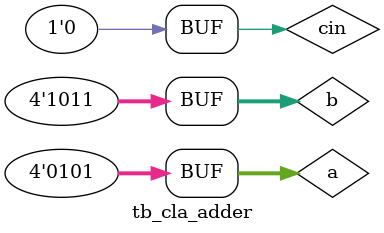
<source format=v>
`timescale 1 ns / 10 ps

module tb_cla_adder();

parameter NBIT = 4;
//inputs
reg [NBIT-1:0] a,b;
reg cin;
//outputs
wire [NBIT-1:0] s;
wire cout;


cla_adder DUT (
        .a(a),
        .b(b),
        .cin(cin),
        .s(s),
        .cout(cout)
);

initial 
begin
        $monitor("A:%d B:%d S:%d Cout:%d", a, b, s, cout);
        a = 0;
        b = 0;
        cin = 0;
        #10

        a = 1;
        b = 2;
        #10
        a = 5;
        #5 
        b = 11;

end

endmodule

</source>
